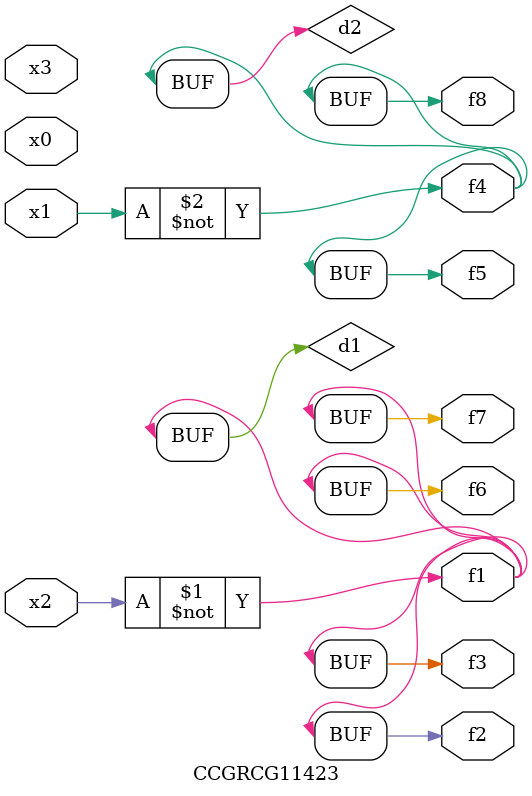
<source format=v>
module CCGRCG11423(
	input x0, x1, x2, x3,
	output f1, f2, f3, f4, f5, f6, f7, f8
);

	wire d1, d2;

	xnor (d1, x2);
	not (d2, x1);
	assign f1 = d1;
	assign f2 = d1;
	assign f3 = d1;
	assign f4 = d2;
	assign f5 = d2;
	assign f6 = d1;
	assign f7 = d1;
	assign f8 = d2;
endmodule

</source>
